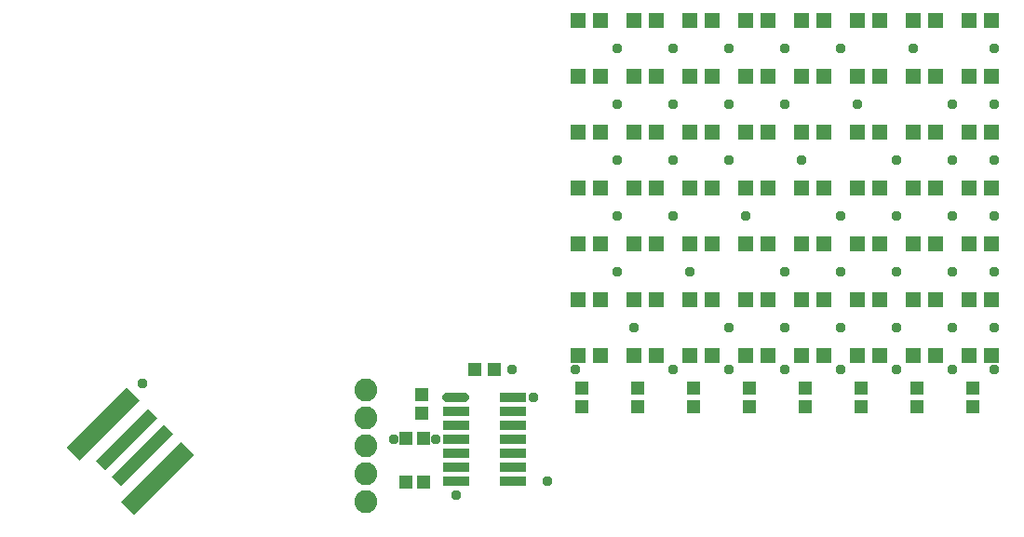
<source format=gbr>
G04 EAGLE Gerber RS-274X export*
G75*
%MOMM*%
%FSLAX34Y34*%
%LPD*%
%INSoldermask Top*%
%IPPOS*%
%AMOC8*
5,1,8,0,0,1.08239X$1,22.5*%
G01*
%ADD10R,1.253200X1.283200*%
%ADD11R,7.703200X1.703200*%
%ADD12R,6.703200X1.203200*%
%ADD13R,1.403200X1.403200*%
%ADD14R,1.303200X1.203200*%
%ADD15R,1.203200X1.203200*%
%ADD16C,0.812800*%
%ADD17R,2.413000X0.812800*%
%ADD18C,2.082800*%
%ADD19C,0.959600*%


D10*
X391300Y152400D03*
X408800Y152400D03*
D11*
G36*
X136091Y74550D02*
X81622Y20081D01*
X69579Y32124D01*
X124048Y86593D01*
X136091Y74550D01*
G37*
D12*
G36*
X116645Y93995D02*
X69247Y46597D01*
X60739Y55105D01*
X108137Y102503D01*
X116645Y93995D01*
G37*
G36*
X102503Y108137D02*
X55105Y60739D01*
X46597Y69247D01*
X93995Y116645D01*
X102503Y108137D01*
G37*
D11*
G36*
X86593Y124048D02*
X32124Y69579D01*
X20081Y81622D01*
X74550Y136091D01*
X86593Y124048D01*
G37*
D13*
X505800Y469900D03*
X484800Y469900D03*
X556600Y419100D03*
X535600Y419100D03*
X607400Y419100D03*
X586400Y419100D03*
X658200Y419100D03*
X637200Y419100D03*
X709000Y419100D03*
X688000Y419100D03*
X759800Y419100D03*
X738800Y419100D03*
X810600Y419100D03*
X789600Y419100D03*
X861400Y419100D03*
X840400Y419100D03*
X505800Y368300D03*
X484800Y368300D03*
X556600Y368300D03*
X535600Y368300D03*
X607400Y368300D03*
X586400Y368300D03*
X556600Y469900D03*
X535600Y469900D03*
X658200Y368300D03*
X637200Y368300D03*
X709000Y368300D03*
X688000Y368300D03*
X759800Y368300D03*
X738800Y368300D03*
X810600Y368300D03*
X789600Y368300D03*
X861400Y368300D03*
X840400Y368300D03*
X505800Y317500D03*
X484800Y317500D03*
X556600Y317500D03*
X535600Y317500D03*
X607400Y317500D03*
X586400Y317500D03*
X658200Y317500D03*
X637200Y317500D03*
X709000Y317500D03*
X688000Y317500D03*
X607400Y469900D03*
X586400Y469900D03*
X759800Y317500D03*
X738800Y317500D03*
X810600Y317500D03*
X789600Y317500D03*
X861400Y317500D03*
X840400Y317500D03*
X505800Y266700D03*
X484800Y266700D03*
X556600Y266700D03*
X535600Y266700D03*
X607400Y266700D03*
X586400Y266700D03*
X658200Y266700D03*
X637200Y266700D03*
X709000Y266700D03*
X688000Y266700D03*
X759800Y266700D03*
X738800Y266700D03*
X810600Y266700D03*
X789600Y266700D03*
X658200Y469900D03*
X637200Y469900D03*
X861400Y266700D03*
X840400Y266700D03*
X505800Y215900D03*
X484800Y215900D03*
X556600Y215900D03*
X535600Y215900D03*
X607400Y215900D03*
X586400Y215900D03*
X658200Y215900D03*
X637200Y215900D03*
X709000Y215900D03*
X688000Y215900D03*
X759800Y215900D03*
X738800Y215900D03*
X810600Y215900D03*
X789600Y215900D03*
X861400Y215900D03*
X840400Y215900D03*
X505800Y165100D03*
X484800Y165100D03*
X709000Y469900D03*
X688000Y469900D03*
X556600Y165100D03*
X535600Y165100D03*
X607400Y165100D03*
X586400Y165100D03*
X658200Y165100D03*
X637200Y165100D03*
X709000Y165100D03*
X688000Y165100D03*
X759800Y165100D03*
X738800Y165100D03*
X810600Y165100D03*
X789600Y165100D03*
X861400Y165100D03*
X840400Y165100D03*
X759800Y469900D03*
X738800Y469900D03*
X810600Y469900D03*
X789600Y469900D03*
X861400Y469900D03*
X840400Y469900D03*
X505800Y419100D03*
X484800Y419100D03*
D14*
X342900Y112150D03*
X342900Y129150D03*
X488950Y118500D03*
X488950Y135500D03*
X539750Y118500D03*
X539750Y135500D03*
X590550Y118500D03*
X590550Y135500D03*
X641350Y118500D03*
X641350Y135500D03*
X692150Y118500D03*
X692150Y135500D03*
X742950Y118500D03*
X742950Y135500D03*
X793750Y118500D03*
X793750Y135500D03*
X844550Y118500D03*
X844550Y135500D03*
D15*
X344550Y49850D03*
X328550Y49850D03*
X328550Y89850D03*
X344550Y89850D03*
D16*
X366014Y127000D02*
X382016Y127000D01*
D17*
X426085Y127000D03*
X374015Y114300D03*
X374015Y101600D03*
X426085Y114300D03*
X426085Y101600D03*
X374015Y88900D03*
X426085Y88900D03*
X374015Y76200D03*
X374015Y63500D03*
X426085Y76200D03*
X426085Y63500D03*
X374015Y50800D03*
X426085Y50800D03*
D18*
X292100Y82550D03*
X292100Y31750D03*
X292100Y133350D03*
X292100Y57150D03*
X292100Y107950D03*
D19*
X317500Y88900D03*
X425450Y152400D03*
X444500Y127000D03*
X88900Y139700D03*
X355600Y88900D03*
X482600Y152400D03*
X863600Y152400D03*
X571500Y152400D03*
X622300Y152400D03*
X673100Y152400D03*
X723900Y152400D03*
X774700Y152400D03*
X825500Y152400D03*
X863600Y190500D03*
X535600Y190500D03*
X622300Y190500D03*
X673100Y190500D03*
X723900Y190500D03*
X774700Y190500D03*
X825500Y190500D03*
X520700Y241300D03*
X863600Y241300D03*
X673100Y241300D03*
X723900Y241300D03*
X774700Y241300D03*
X825500Y241300D03*
X586400Y241300D03*
X520700Y292100D03*
X863600Y292100D03*
X825500Y292100D03*
X774700Y292100D03*
X723900Y292100D03*
X571500Y292100D03*
X637200Y292100D03*
X520700Y444500D03*
X863600Y444500D03*
X571500Y444500D03*
X622300Y444500D03*
X673100Y444500D03*
X723900Y444500D03*
X789600Y444500D03*
X520700Y393700D03*
X863600Y393700D03*
X825500Y393700D03*
X571500Y393700D03*
X622300Y393700D03*
X673100Y393700D03*
X738800Y393700D03*
X520700Y342900D03*
X863600Y342900D03*
X825500Y342900D03*
X774700Y342900D03*
X622300Y342900D03*
X688000Y342900D03*
X571500Y342900D03*
X457200Y50800D03*
X374015Y38100D03*
M02*

</source>
